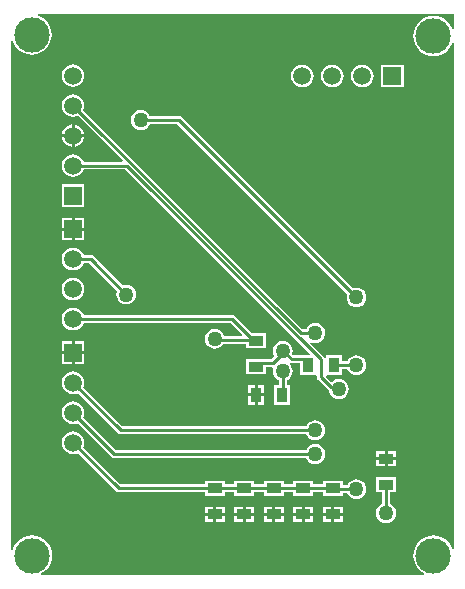
<source format=gbl>
G04*
G04 #@! TF.GenerationSoftware,Altium Limited,Altium Designer,22.7.1 (60)*
G04*
G04 Layer_Physical_Order=2*
G04 Layer_Color=16711680*
%FSAX44Y44*%
%MOMM*%
G71*
G04*
G04 #@! TF.SameCoordinates,B67A478A-0272-44D9-A9C4-7CC6AF38DCCD*
G04*
G04*
G04 #@! TF.FilePolarity,Positive*
G04*
G01*
G75*
%ADD13C,0.2540*%
%ADD33R,1.3000X0.9000*%
%ADD44R,1.5000X1.5000*%
%ADD45C,1.5000*%
%ADD46R,1.5000X1.5000*%
%ADD47C,1.2700*%
%ADD48C,3.0000*%
%ADD49R,0.9000X1.3000*%
G36*
X00677451Y01214924D02*
X00676181Y01214736D01*
X00675944Y01215518D01*
X00674365Y01218471D01*
X00672241Y01221059D01*
X00669652Y01223184D01*
X00666699Y01224762D01*
X00663495Y01225734D01*
X00660162Y01226063D01*
X00656829Y01225734D01*
X00653625Y01224762D01*
X00650672Y01223184D01*
X00648083Y01221059D01*
X00645959Y01218471D01*
X00644380Y01215518D01*
X00643408Y01212313D01*
X00643080Y01208980D01*
X00643408Y01205648D01*
X00644380Y01202443D01*
X00645959Y01199490D01*
X00648083Y01196901D01*
X00650672Y01194777D01*
X00653625Y01193199D01*
X00656829Y01192226D01*
X00660162Y01191898D01*
X00663495Y01192226D01*
X00666699Y01193199D01*
X00669652Y01194777D01*
X00672241Y01196901D01*
X00674365Y01199490D01*
X00675944Y01202443D01*
X00676181Y01203225D01*
X00677451Y01203037D01*
Y00774924D01*
X00676181Y00774736D01*
X00675944Y00775518D01*
X00674365Y00778471D01*
X00672241Y00781059D01*
X00669652Y00783184D01*
X00666699Y00784762D01*
X00663495Y00785734D01*
X00660162Y00786063D01*
X00656829Y00785734D01*
X00653625Y00784762D01*
X00650672Y00783184D01*
X00648083Y00781059D01*
X00645959Y00778471D01*
X00644380Y00775518D01*
X00643408Y00772313D01*
X00643080Y00768980D01*
X00643408Y00765648D01*
X00644380Y00762443D01*
X00645959Y00759490D01*
X00648083Y00756902D01*
X00650672Y00754777D01*
X00652465Y00753819D01*
X00652146Y00752549D01*
X00328178D01*
X00327859Y00753819D01*
X00329652Y00754777D01*
X00332241Y00756902D01*
X00334365Y00759490D01*
X00335944Y00762443D01*
X00336916Y00765648D01*
X00337244Y00768980D01*
X00336916Y00772313D01*
X00335944Y00775518D01*
X00334365Y00778471D01*
X00332241Y00781059D01*
X00329652Y00783184D01*
X00326699Y00784762D01*
X00323495Y00785734D01*
X00320162Y00786063D01*
X00316829Y00785734D01*
X00313625Y00784762D01*
X00310672Y00783184D01*
X00308083Y00781059D01*
X00305959Y00778471D01*
X00304380Y00775518D01*
X00303819Y00773668D01*
X00302549Y00773856D01*
Y01204591D01*
X00303819Y01204779D01*
X00304218Y01203463D01*
X00305797Y01200510D01*
X00307921Y01197921D01*
X00310510Y01195797D01*
X00313463Y01194218D01*
X00316667Y01193246D01*
X00320000Y01192918D01*
X00323333Y01193246D01*
X00326537Y01194218D01*
X00329490Y01195797D01*
X00332079Y01197921D01*
X00334203Y01200510D01*
X00335782Y01203463D01*
X00336754Y01206667D01*
X00337082Y01210000D01*
X00336754Y01213333D01*
X00335782Y01216537D01*
X00334203Y01219490D01*
X00332079Y01222079D01*
X00329490Y01224203D01*
X00326537Y01225782D01*
X00325221Y01226181D01*
X00325409Y01227451D01*
X00677451D01*
Y01214924D01*
D02*
G37*
%LPC*%
G36*
X00355000Y01184982D02*
X00352520Y01184656D01*
X00350209Y01183698D01*
X00348225Y01182176D01*
X00346702Y01180191D01*
X00345745Y01177880D01*
X00345418Y01175400D01*
X00345745Y01172920D01*
X00346702Y01170609D01*
X00348225Y01168625D01*
X00350209Y01167102D01*
X00352520Y01166145D01*
X00355000Y01165818D01*
X00357480Y01166145D01*
X00359791Y01167102D01*
X00361776Y01168625D01*
X00363298Y01170609D01*
X00364255Y01172920D01*
X00364582Y01175400D01*
X00364255Y01177880D01*
X00363298Y01180191D01*
X00361776Y01182176D01*
X00359791Y01183698D01*
X00357480Y01184656D01*
X00355000Y01184982D01*
D02*
G37*
G36*
X00634900Y01184500D02*
X00615900D01*
Y01165500D01*
X00634900D01*
Y01184500D01*
D02*
G37*
G36*
X00600000Y01184582D02*
X00597520Y01184256D01*
X00595209Y01183298D01*
X00593224Y01181776D01*
X00591702Y01179791D01*
X00590745Y01177480D01*
X00590418Y01175000D01*
X00590745Y01172520D01*
X00591702Y01170209D01*
X00593224Y01168225D01*
X00595209Y01166702D01*
X00597520Y01165745D01*
X00600000Y01165418D01*
X00602480Y01165745D01*
X00604791Y01166702D01*
X00606775Y01168225D01*
X00608298Y01170209D01*
X00609255Y01172520D01*
X00609582Y01175000D01*
X00609255Y01177480D01*
X00608298Y01179791D01*
X00606775Y01181776D01*
X00604791Y01183298D01*
X00602480Y01184256D01*
X00600000Y01184582D01*
D02*
G37*
G36*
X00574600D02*
X00572120Y01184256D01*
X00569809Y01183298D01*
X00567825Y01181776D01*
X00566302Y01179791D01*
X00565345Y01177480D01*
X00565018Y01175000D01*
X00565345Y01172520D01*
X00566302Y01170209D01*
X00567825Y01168225D01*
X00569809Y01166702D01*
X00572120Y01165745D01*
X00574600Y01165418D01*
X00577080Y01165745D01*
X00579391Y01166702D01*
X00581375Y01168225D01*
X00582898Y01170209D01*
X00583855Y01172520D01*
X00584182Y01175000D01*
X00583855Y01177480D01*
X00582898Y01179791D01*
X00581375Y01181776D01*
X00579391Y01183298D01*
X00577080Y01184256D01*
X00574600Y01184582D01*
D02*
G37*
G36*
X00549200D02*
X00546720Y01184256D01*
X00544409Y01183298D01*
X00542425Y01181776D01*
X00540902Y01179791D01*
X00539944Y01177480D01*
X00539618Y01175000D01*
X00539944Y01172520D01*
X00540902Y01170209D01*
X00542425Y01168225D01*
X00544409Y01166702D01*
X00546720Y01165745D01*
X00549200Y01165418D01*
X00551680Y01165745D01*
X00553991Y01166702D01*
X00555975Y01168225D01*
X00557498Y01170209D01*
X00558455Y01172520D01*
X00558782Y01175000D01*
X00558455Y01177480D01*
X00557498Y01179791D01*
X00555975Y01181776D01*
X00553991Y01183298D01*
X00551680Y01184256D01*
X00549200Y01184582D01*
D02*
G37*
G36*
X00356270Y01134015D02*
Y01125870D01*
X00364415D01*
X00364255Y01127080D01*
X00363298Y01129391D01*
X00361776Y01131376D01*
X00359791Y01132898D01*
X00357480Y01133856D01*
X00356270Y01134015D01*
D02*
G37*
G36*
X00353730Y01134015D02*
X00352520Y01133856D01*
X00350209Y01132898D01*
X00348225Y01131376D01*
X00346702Y01129391D01*
X00345745Y01127080D01*
X00345585Y01125870D01*
X00353730D01*
Y01134015D01*
D02*
G37*
G36*
X00364415Y01123330D02*
X00356270D01*
Y01115185D01*
X00357480Y01115345D01*
X00359791Y01116302D01*
X00361776Y01117825D01*
X00363298Y01119809D01*
X00364255Y01122120D01*
X00364415Y01123330D01*
D02*
G37*
G36*
X00353730D02*
X00345585D01*
X00345745Y01122120D01*
X00346702Y01119809D01*
X00348225Y01117825D01*
X00350209Y01116302D01*
X00352520Y01115345D01*
X00353730Y01115185D01*
Y01123330D01*
D02*
G37*
G36*
X00355000Y01159582D02*
X00352520Y01159256D01*
X00350209Y01158298D01*
X00348225Y01156776D01*
X00346702Y01154791D01*
X00345745Y01152480D01*
X00345418Y01150000D01*
X00345745Y01147520D01*
X00346702Y01145209D01*
X00348225Y01143225D01*
X00350209Y01141702D01*
X00352520Y01140745D01*
X00355000Y01140418D01*
X00357480Y01140745D01*
X00359191Y01141453D01*
X00396937Y01103707D01*
X00396451Y01102534D01*
X00363902D01*
X00363298Y01103991D01*
X00361776Y01105975D01*
X00359791Y01107498D01*
X00357480Y01108456D01*
X00355000Y01108782D01*
X00352520Y01108456D01*
X00350209Y01107498D01*
X00348225Y01105975D01*
X00346702Y01103991D01*
X00345745Y01101680D01*
X00345418Y01099200D01*
X00345745Y01096720D01*
X00346702Y01094409D01*
X00348225Y01092425D01*
X00350209Y01090902D01*
X00352520Y01089945D01*
X00355000Y01089618D01*
X00357480Y01089945D01*
X00359791Y01090902D01*
X00361776Y01092425D01*
X00363298Y01094409D01*
X00363902Y01095866D01*
X00399419D01*
X00555612Y00939673D01*
X00555126Y00938500D01*
X00551092D01*
X00550770Y00938564D01*
X00541400D01*
X00540345Y00939620D01*
X00540635Y00940320D01*
X00540922Y00942500D01*
X00540635Y00944680D01*
X00539794Y00946711D01*
X00538455Y00948455D01*
X00536711Y00949794D01*
X00534680Y00950635D01*
X00532500Y00950922D01*
X00530320Y00950635D01*
X00528289Y00949794D01*
X00526545Y00948455D01*
X00525206Y00946711D01*
X00524365Y00944680D01*
X00524078Y00942500D01*
X00524365Y00940320D01*
X00525206Y00938289D01*
X00525475Y00937939D01*
X00523100Y00935564D01*
X00513230D01*
X00512908Y00935500D01*
X00501500D01*
Y00922500D01*
X00518500D01*
Y00928896D01*
X00523732D01*
X00524602Y00927676D01*
X00524387Y00927158D01*
X00524100Y00924978D01*
X00524387Y00922798D01*
X00525228Y00920767D01*
X00526567Y00919023D01*
X00528311Y00917684D01*
X00529188Y00917321D01*
Y00913500D01*
X00525500D01*
Y00896500D01*
X00538500D01*
Y00913500D01*
X00535856D01*
Y00917321D01*
X00536733Y00917684D01*
X00538477Y00919023D01*
X00539816Y00920767D01*
X00540657Y00922798D01*
X00540944Y00924978D01*
X00540657Y00927158D01*
X00539816Y00929189D01*
X00538477Y00930933D01*
X00539060Y00932087D01*
X00540019Y00931896D01*
X00547500D01*
Y00921500D01*
X00560500D01*
Y00921500D01*
X00561666Y00921249D01*
Y00920000D01*
X00561920Y00918724D01*
X00562643Y00917643D01*
X00570699Y00909586D01*
X00571722Y00908902D01*
X00571865Y00907820D01*
X00572706Y00905789D01*
X00574045Y00904045D01*
X00575789Y00902706D01*
X00577820Y00901865D01*
X00580000Y00901578D01*
X00582180Y00901865D01*
X00584211Y00902706D01*
X00585955Y00904045D01*
X00587294Y00905789D01*
X00588135Y00907820D01*
X00588422Y00910000D01*
X00588135Y00912180D01*
X00587294Y00914211D01*
X00585955Y00915955D01*
X00584211Y00917294D01*
X00582180Y00918135D01*
X00580000Y00918422D01*
X00577820Y00918135D01*
X00575789Y00917294D01*
X00574045Y00915955D01*
X00573777Y00915938D01*
X00569474Y00920241D01*
X00570011Y00921500D01*
X00582500D01*
Y00926666D01*
X00587343D01*
X00587706Y00925789D01*
X00589045Y00924045D01*
X00590789Y00922706D01*
X00592820Y00921865D01*
X00595000Y00921578D01*
X00597180Y00921865D01*
X00599211Y00922706D01*
X00600955Y00924045D01*
X00602294Y00925789D01*
X00603135Y00927820D01*
X00603422Y00930000D01*
X00603135Y00932180D01*
X00602294Y00934211D01*
X00600955Y00935955D01*
X00599211Y00937294D01*
X00597180Y00938135D01*
X00595000Y00938422D01*
X00592820Y00938135D01*
X00590789Y00937294D01*
X00589045Y00935955D01*
X00587706Y00934211D01*
X00587343Y00933334D01*
X00582500D01*
Y00938500D01*
X00569500D01*
Y00935648D01*
X00568230Y00935523D01*
X00568080Y00936276D01*
X00567357Y00937357D01*
X00555950Y00948765D01*
X00556670Y00949842D01*
X00557820Y00949365D01*
X00560000Y00949078D01*
X00562180Y00949365D01*
X00564211Y00950206D01*
X00565955Y00951545D01*
X00567294Y00953289D01*
X00568135Y00955320D01*
X00568422Y00957500D01*
X00568135Y00959680D01*
X00567294Y00961711D01*
X00565955Y00963455D01*
X00564211Y00964794D01*
X00562180Y00965635D01*
X00560000Y00965922D01*
X00557820Y00965635D01*
X00555789Y00964794D01*
X00554045Y00963455D01*
X00552706Y00961711D01*
X00552343Y00960834D01*
X00549241D01*
X00363757Y01146318D01*
X00364255Y01147520D01*
X00364582Y01150000D01*
X00364255Y01152480D01*
X00363298Y01154791D01*
X00361776Y01156776D01*
X00359791Y01158298D01*
X00357480Y01159256D01*
X00355000Y01159582D01*
D02*
G37*
G36*
X00364500Y01083300D02*
X00345500D01*
Y01064300D01*
X00364500D01*
Y01083300D01*
D02*
G37*
G36*
Y01054900D02*
X00356270D01*
Y01046670D01*
X00364500D01*
Y01054900D01*
D02*
G37*
G36*
X00353730D02*
X00345500D01*
Y01046670D01*
X00353730D01*
Y01054900D01*
D02*
G37*
G36*
X00364500Y01044130D02*
X00356270D01*
Y01035900D01*
X00364500D01*
Y01044130D01*
D02*
G37*
G36*
X00353730D02*
X00345500D01*
Y01035900D01*
X00353730D01*
Y01044130D01*
D02*
G37*
G36*
X00355000Y01004182D02*
X00352520Y01003855D01*
X00350209Y01002898D01*
X00348225Y01001375D01*
X00346702Y00999391D01*
X00345745Y00997080D01*
X00345418Y00994600D01*
X00345745Y00992120D01*
X00346702Y00989809D01*
X00348225Y00987824D01*
X00350209Y00986302D01*
X00352520Y00985344D01*
X00355000Y00985018D01*
X00357480Y00985344D01*
X00359791Y00986302D01*
X00361776Y00987824D01*
X00363298Y00989809D01*
X00364255Y00992120D01*
X00364582Y00994600D01*
X00364255Y00997080D01*
X00363298Y00999391D01*
X00361776Y01001375D01*
X00359791Y01002898D01*
X00357480Y01003855D01*
X00355000Y01004182D01*
D02*
G37*
G36*
Y01029582D02*
X00352520Y01029255D01*
X00350209Y01028298D01*
X00348225Y01026775D01*
X00346702Y01024791D01*
X00345745Y01022480D01*
X00345418Y01020000D01*
X00345745Y01017520D01*
X00346702Y01015209D01*
X00348225Y01013224D01*
X00350209Y01011702D01*
X00352520Y01010744D01*
X00355000Y01010418D01*
X00357480Y01010744D01*
X00359791Y01011702D01*
X00361776Y01013224D01*
X00363298Y01015209D01*
X00363902Y01016666D01*
X00368619D01*
X00392228Y00993057D01*
X00391865Y00992180D01*
X00391578Y00990000D01*
X00391865Y00987820D01*
X00392706Y00985789D01*
X00394045Y00984045D01*
X00395789Y00982706D01*
X00397820Y00981865D01*
X00400000Y00981578D01*
X00402180Y00981865D01*
X00404211Y00982706D01*
X00405955Y00984045D01*
X00407294Y00985789D01*
X00408135Y00987820D01*
X00408422Y00990000D01*
X00408135Y00992180D01*
X00407294Y00994211D01*
X00405955Y00995955D01*
X00404211Y00997294D01*
X00402180Y00998135D01*
X00400000Y00998422D01*
X00397820Y00998135D01*
X00396943Y00997772D01*
X00372357Y01022357D01*
X00371276Y01023080D01*
X00370000Y01023334D01*
X00363902D01*
X00363298Y01024791D01*
X00361776Y01026775D01*
X00359791Y01028298D01*
X00357480Y01029255D01*
X00355000Y01029582D01*
D02*
G37*
G36*
X00412250Y01146172D02*
X00410070Y01145885D01*
X00408039Y01145044D01*
X00406295Y01143705D01*
X00404956Y01141961D01*
X00404115Y01139930D01*
X00403828Y01137750D01*
X00404115Y01135570D01*
X00404956Y01133539D01*
X00406295Y01131795D01*
X00408039Y01130456D01*
X00410070Y01129615D01*
X00412250Y01129328D01*
X00414430Y01129615D01*
X00416461Y01130456D01*
X00418205Y01131795D01*
X00419544Y01133539D01*
X00419907Y01134416D01*
X00443369D01*
X00587228Y00990557D01*
X00586865Y00989680D01*
X00586578Y00987500D01*
X00586865Y00985320D01*
X00587706Y00983289D01*
X00589045Y00981545D01*
X00590789Y00980206D01*
X00592820Y00979365D01*
X00595000Y00979078D01*
X00597180Y00979365D01*
X00599211Y00980206D01*
X00600955Y00981545D01*
X00602294Y00983289D01*
X00603135Y00985320D01*
X00603422Y00987500D01*
X00603135Y00989680D01*
X00602294Y00991711D01*
X00600955Y00993455D01*
X00599211Y00994794D01*
X00597180Y00995635D01*
X00595000Y00995922D01*
X00592820Y00995635D01*
X00591943Y00995272D01*
X00447108Y01140107D01*
X00446026Y01140830D01*
X00444750Y01141084D01*
X00419907D01*
X00419544Y01141961D01*
X00418205Y01143705D01*
X00416461Y01145044D01*
X00414430Y01145885D01*
X00412250Y01146172D01*
D02*
G37*
G36*
X00355000Y00978782D02*
X00352520Y00978455D01*
X00350209Y00977498D01*
X00348225Y00975975D01*
X00346702Y00973991D01*
X00345745Y00971680D01*
X00345418Y00969200D01*
X00345745Y00966720D01*
X00346702Y00964409D01*
X00348225Y00962424D01*
X00350209Y00960902D01*
X00352520Y00959945D01*
X00355000Y00959618D01*
X00357480Y00959945D01*
X00359791Y00960902D01*
X00361776Y00962424D01*
X00363298Y00964409D01*
X00363902Y00965866D01*
X00488419D01*
X00498419Y00955865D01*
X00497934Y00954692D01*
X00483130D01*
X00482294Y00956711D01*
X00480955Y00958455D01*
X00479211Y00959794D01*
X00477180Y00960635D01*
X00475000Y00960922D01*
X00472820Y00960635D01*
X00470789Y00959794D01*
X00469045Y00958455D01*
X00467706Y00956711D01*
X00466865Y00954680D01*
X00466578Y00952500D01*
X00466865Y00950320D01*
X00467706Y00948289D01*
X00469045Y00946545D01*
X00470789Y00945206D01*
X00472820Y00944365D01*
X00475000Y00944078D01*
X00477180Y00944365D01*
X00479211Y00945206D01*
X00480955Y00946545D01*
X00482090Y00948024D01*
X00501500D01*
Y00944500D01*
X00518500D01*
Y00957500D01*
X00506215D01*
X00492158Y00971557D01*
X00491076Y00972280D01*
X00489800Y00972534D01*
X00363902D01*
X00363298Y00973991D01*
X00361776Y00975975D01*
X00359791Y00977498D01*
X00357480Y00978455D01*
X00355000Y00978782D01*
D02*
G37*
G36*
X00364500Y00950300D02*
X00356270D01*
Y00942070D01*
X00364500D01*
Y00950300D01*
D02*
G37*
G36*
X00353730D02*
X00345500D01*
Y00942070D01*
X00353730D01*
Y00950300D01*
D02*
G37*
G36*
X00364500Y00939530D02*
X00356270D01*
Y00931300D01*
X00364500D01*
Y00939530D01*
D02*
G37*
G36*
X00353730D02*
X00345500D01*
Y00931300D01*
X00353730D01*
Y00939530D01*
D02*
G37*
G36*
X00516500Y00913500D02*
X00511270D01*
Y00906270D01*
X00516500D01*
Y00913500D01*
D02*
G37*
G36*
X00508730D02*
X00503500D01*
Y00906270D01*
X00508730D01*
Y00913500D01*
D02*
G37*
G36*
X00516500Y00903730D02*
X00511270D01*
Y00896500D01*
X00516500D01*
Y00903730D01*
D02*
G37*
G36*
X00508730D02*
X00503500D01*
Y00896500D01*
X00508730D01*
Y00903730D01*
D02*
G37*
G36*
X00355000Y00924982D02*
X00352520Y00924656D01*
X00350209Y00923698D01*
X00348225Y00922175D01*
X00346702Y00920191D01*
X00345745Y00917880D01*
X00345418Y00915400D01*
X00345745Y00912920D01*
X00346702Y00910609D01*
X00348225Y00908624D01*
X00350209Y00907102D01*
X00352520Y00906144D01*
X00355000Y00905818D01*
X00357480Y00906144D01*
X00358937Y00906748D01*
X00393042Y00872643D01*
X00394124Y00871920D01*
X00395400Y00871666D01*
X00552343D01*
X00552706Y00870789D01*
X00554045Y00869045D01*
X00555789Y00867706D01*
X00557820Y00866865D01*
X00560000Y00866578D01*
X00562180Y00866865D01*
X00564211Y00867706D01*
X00565955Y00869045D01*
X00567294Y00870789D01*
X00568135Y00872820D01*
X00568422Y00875000D01*
X00568135Y00877180D01*
X00567294Y00879211D01*
X00565955Y00880955D01*
X00564211Y00882294D01*
X00562180Y00883135D01*
X00560000Y00883422D01*
X00557820Y00883135D01*
X00555789Y00882294D01*
X00554045Y00880955D01*
X00552706Y00879211D01*
X00552343Y00878334D01*
X00396781D01*
X00363652Y00911463D01*
X00364255Y00912920D01*
X00364582Y00915400D01*
X00364255Y00917880D01*
X00363298Y00920191D01*
X00361776Y00922175D01*
X00359791Y00923698D01*
X00357480Y00924656D01*
X00355000Y00924982D01*
D02*
G37*
G36*
X00628500Y00857500D02*
X00621270D01*
Y00852270D01*
X00628500D01*
Y00857500D01*
D02*
G37*
G36*
X00618730D02*
X00611500D01*
Y00852270D01*
X00618730D01*
Y00857500D01*
D02*
G37*
G36*
X00355000Y00899582D02*
X00352520Y00899256D01*
X00350209Y00898298D01*
X00348225Y00896775D01*
X00346702Y00894791D01*
X00345745Y00892480D01*
X00345418Y00890000D01*
X00345745Y00887520D01*
X00346702Y00885209D01*
X00348225Y00883224D01*
X00350209Y00881702D01*
X00352520Y00880744D01*
X00355000Y00880418D01*
X00357480Y00880744D01*
X00358937Y00881348D01*
X00387643Y00852643D01*
X00388724Y00851920D01*
X00390000Y00851666D01*
X00552343D01*
X00552706Y00850789D01*
X00554045Y00849045D01*
X00555789Y00847706D01*
X00557820Y00846865D01*
X00560000Y00846578D01*
X00562180Y00846865D01*
X00564211Y00847706D01*
X00565955Y00849045D01*
X00567294Y00850789D01*
X00568135Y00852820D01*
X00568422Y00855000D01*
X00568135Y00857180D01*
X00567294Y00859211D01*
X00565955Y00860955D01*
X00564211Y00862294D01*
X00562180Y00863135D01*
X00560000Y00863422D01*
X00557820Y00863135D01*
X00555789Y00862294D01*
X00554045Y00860955D01*
X00552706Y00859211D01*
X00552343Y00858334D01*
X00391381D01*
X00363652Y00886063D01*
X00364255Y00887520D01*
X00364582Y00890000D01*
X00364255Y00892480D01*
X00363298Y00894791D01*
X00361776Y00896775D01*
X00359791Y00898298D01*
X00357480Y00899256D01*
X00355000Y00899582D01*
D02*
G37*
G36*
X00628500Y00849730D02*
X00621270D01*
Y00844500D01*
X00628500D01*
Y00849730D01*
D02*
G37*
G36*
X00618730D02*
X00611500D01*
Y00844500D01*
X00618730D01*
Y00849730D01*
D02*
G37*
G36*
X00355000Y00874182D02*
X00352520Y00873856D01*
X00350209Y00872898D01*
X00348225Y00871375D01*
X00346702Y00869391D01*
X00345745Y00867080D01*
X00345418Y00864600D01*
X00345745Y00862120D01*
X00346702Y00859809D01*
X00348225Y00857824D01*
X00350209Y00856302D01*
X00352520Y00855344D01*
X00355000Y00855018D01*
X00357480Y00855344D01*
X00358937Y00855948D01*
X00391242Y00823643D01*
X00392324Y00822920D01*
X00393600Y00822666D01*
X00466500D01*
Y00819500D01*
X00483500D01*
Y00822666D01*
X00491500D01*
Y00819500D01*
X00508500D01*
Y00822666D01*
X00516500D01*
Y00819500D01*
X00533500D01*
Y00822666D01*
X00541500D01*
Y00819500D01*
X00558500D01*
Y00822666D01*
X00566500D01*
Y00819500D01*
X00583500D01*
Y00821666D01*
X00587343D01*
X00587706Y00820789D01*
X00589045Y00819045D01*
X00590789Y00817706D01*
X00592820Y00816865D01*
X00595000Y00816578D01*
X00597180Y00816865D01*
X00599211Y00817706D01*
X00600955Y00819045D01*
X00602294Y00820789D01*
X00603135Y00822820D01*
X00603422Y00825000D01*
X00603135Y00827180D01*
X00602294Y00829211D01*
X00600955Y00830955D01*
X00599211Y00832294D01*
X00597180Y00833135D01*
X00595000Y00833422D01*
X00592820Y00833135D01*
X00590789Y00832294D01*
X00589045Y00830955D01*
X00587706Y00829211D01*
X00587343Y00828334D01*
X00583500D01*
Y00832500D01*
X00566500D01*
Y00829334D01*
X00558500D01*
Y00832500D01*
X00541500D01*
Y00829334D01*
X00533500D01*
Y00832500D01*
X00516500D01*
Y00829334D01*
X00508500D01*
Y00832500D01*
X00491500D01*
Y00829334D01*
X00483500D01*
Y00832500D01*
X00466500D01*
Y00829334D01*
X00394981D01*
X00363652Y00860663D01*
X00364255Y00862120D01*
X00364582Y00864600D01*
X00364255Y00867080D01*
X00363298Y00869391D01*
X00361776Y00871375D01*
X00359791Y00872898D01*
X00357480Y00873856D01*
X00355000Y00874182D01*
D02*
G37*
G36*
X00583500Y00810500D02*
X00576270D01*
Y00805270D01*
X00583500D01*
Y00810500D01*
D02*
G37*
G36*
X00558500D02*
X00551270D01*
Y00805270D01*
X00558500D01*
Y00810500D01*
D02*
G37*
G36*
X00533500D02*
X00526270D01*
Y00805270D01*
X00533500D01*
Y00810500D01*
D02*
G37*
G36*
X00508500D02*
X00501270D01*
Y00805270D01*
X00508500D01*
Y00810500D01*
D02*
G37*
G36*
X00483500D02*
X00476270D01*
Y00805270D01*
X00483500D01*
Y00810500D01*
D02*
G37*
G36*
X00573730D02*
X00566500D01*
Y00805270D01*
X00573730D01*
Y00810500D01*
D02*
G37*
G36*
X00548730D02*
X00541500D01*
Y00805270D01*
X00548730D01*
Y00810500D01*
D02*
G37*
G36*
X00523730D02*
X00516500D01*
Y00805270D01*
X00523730D01*
Y00810500D01*
D02*
G37*
G36*
X00498730D02*
X00491500D01*
Y00805270D01*
X00498730D01*
Y00810500D01*
D02*
G37*
G36*
X00473730D02*
X00466500D01*
Y00805270D01*
X00473730D01*
Y00810500D01*
D02*
G37*
G36*
X00583500Y00802730D02*
X00576270D01*
Y00797500D01*
X00583500D01*
Y00802730D01*
D02*
G37*
G36*
X00573730D02*
X00566500D01*
Y00797500D01*
X00573730D01*
Y00802730D01*
D02*
G37*
G36*
X00558500D02*
X00551270D01*
Y00797500D01*
X00558500D01*
Y00802730D01*
D02*
G37*
G36*
X00548730D02*
X00541500D01*
Y00797500D01*
X00548730D01*
Y00802730D01*
D02*
G37*
G36*
X00533500D02*
X00526270D01*
Y00797500D01*
X00533500D01*
Y00802730D01*
D02*
G37*
G36*
X00523730D02*
X00516500D01*
Y00797500D01*
X00523730D01*
Y00802730D01*
D02*
G37*
G36*
X00508500D02*
X00501270D01*
Y00797500D01*
X00508500D01*
Y00802730D01*
D02*
G37*
G36*
X00498730D02*
X00491500D01*
Y00797500D01*
X00498730D01*
Y00802730D01*
D02*
G37*
G36*
X00483500D02*
X00476270D01*
Y00797500D01*
X00483500D01*
Y00802730D01*
D02*
G37*
G36*
X00473730D02*
X00466500D01*
Y00797500D01*
X00473730D01*
Y00802730D01*
D02*
G37*
G36*
X00628500Y00835500D02*
X00611500D01*
Y00822500D01*
X00616666D01*
Y00812657D01*
X00615789Y00812294D01*
X00614045Y00810955D01*
X00612706Y00809211D01*
X00611865Y00807180D01*
X00611578Y00805000D01*
X00611865Y00802820D01*
X00612706Y00800789D01*
X00614045Y00799045D01*
X00615789Y00797706D01*
X00617820Y00796865D01*
X00620000Y00796578D01*
X00622180Y00796865D01*
X00624211Y00797706D01*
X00625955Y00799045D01*
X00627294Y00800789D01*
X00628135Y00802820D01*
X00628422Y00805000D01*
X00628135Y00807180D01*
X00627294Y00809211D01*
X00625955Y00810955D01*
X00624211Y00812294D01*
X00623334Y00812657D01*
Y00822500D01*
X00628500D01*
Y00835500D01*
D02*
G37*
%LPD*%
D13*
X00476142Y00951358D02*
X00507642D01*
X00475000Y00952500D02*
X00476142Y00951358D01*
X00507642D02*
X00508000Y00951000D01*
X00540019Y00935230D02*
X00550770D01*
X00532500Y00942500D02*
X00532749D01*
X00524481Y00932230D02*
X00532500Y00940249D01*
Y00942500D01*
X00532749D02*
X00540019Y00935230D01*
X00513230Y00932230D02*
X00524481D01*
X00532522Y00905522D02*
Y00924978D01*
X00532000Y00905000D02*
X00532522Y00905522D01*
X00550770Y00935230D02*
X00554000Y00932000D01*
X00510000Y00929000D02*
X00513230Y00932230D01*
X00554000Y00930000D02*
Y00932000D01*
X00355000Y01099200D02*
X00400800D01*
X00355000Y01150000D02*
X00355360D01*
X00547860Y00957500D01*
X00565000Y00920000D02*
Y00935000D01*
X00547860Y00957500D02*
X00560000D01*
X00400800Y01099200D02*
X00565000Y00935000D01*
X00444750Y01137750D02*
X00595000Y00987500D01*
X00412250Y01137750D02*
X00444750D01*
X00576000Y00930000D02*
X00595000D01*
X00573056Y00911944D02*
X00578056D01*
X00565000Y00920000D02*
X00573056Y00911944D01*
X00578056D02*
X00580000Y00910000D01*
X00370000Y01020000D02*
X00400000Y00990000D01*
X00355000Y01020000D02*
X00370000D01*
X00355000Y00969200D02*
X00489800D01*
X00508000Y00951000D02*
X00510000D01*
X00489800Y00969200D02*
X00508000Y00951000D01*
X00620000Y00805000D02*
Y00829000D01*
X00393600Y00826000D02*
X00475000D01*
X00355000Y00864600D02*
X00393600Y00826000D01*
X00576000Y00825000D02*
X00595000D01*
X00575000Y00826000D02*
X00576000Y00825000D01*
X00550000Y00826000D02*
X00575000D01*
X00525000D02*
X00550000D01*
X00500000D02*
X00525000D01*
X00475000D02*
X00500000D01*
X00355000Y00890000D02*
X00390000Y00855000D01*
X00560000D01*
X00395400Y00875000D02*
X00560000D01*
X00355000Y00915400D02*
X00395400Y00875000D01*
D33*
X00620000Y00829000D02*
D03*
Y00851000D02*
D03*
X00575000Y00826000D02*
D03*
Y00804000D02*
D03*
X00550000Y00826000D02*
D03*
Y00804000D02*
D03*
X00525000Y00826000D02*
D03*
Y00804000D02*
D03*
X00500000Y00826000D02*
D03*
Y00804000D02*
D03*
X00475000Y00826000D02*
D03*
Y00804000D02*
D03*
X00510000Y00951000D02*
D03*
Y00929000D02*
D03*
D44*
X00355000Y01045400D02*
D03*
Y00940800D02*
D03*
Y01073800D02*
D03*
D45*
Y01020000D02*
D03*
Y00994600D02*
D03*
Y00969200D02*
D03*
Y00915400D02*
D03*
Y00890000D02*
D03*
Y00864600D02*
D03*
X00600000Y01175000D02*
D03*
X00574600D02*
D03*
X00549200D02*
D03*
X00355000Y01099200D02*
D03*
Y01124600D02*
D03*
Y01150000D02*
D03*
Y01175400D02*
D03*
D46*
X00625400Y01175000D02*
D03*
D47*
X00475000Y00952500D02*
D03*
X00630000Y00940000D02*
D03*
X00532500Y00942500D02*
D03*
X00532522Y00924978D02*
D03*
X00560000Y00957500D02*
D03*
X00517500Y00842500D02*
D03*
X00395000Y01067500D02*
D03*
X00367500Y00830000D02*
D03*
X00575000Y00977500D02*
D03*
X00412250Y01137750D02*
D03*
X00595000Y00930000D02*
D03*
Y00987500D02*
D03*
X00580000Y00910000D02*
D03*
X00400000Y00990000D02*
D03*
X00595000Y00825000D02*
D03*
X00560000Y00855000D02*
D03*
Y00875000D02*
D03*
X00620000Y00805000D02*
D03*
D48*
X00660162Y01208980D02*
D03*
Y00768980D02*
D03*
X00320162D02*
D03*
X00320000Y01210000D02*
D03*
D49*
X00554000Y00930000D02*
D03*
X00576000D02*
D03*
X00532000Y00905000D02*
D03*
X00510000D02*
D03*
M02*

</source>
